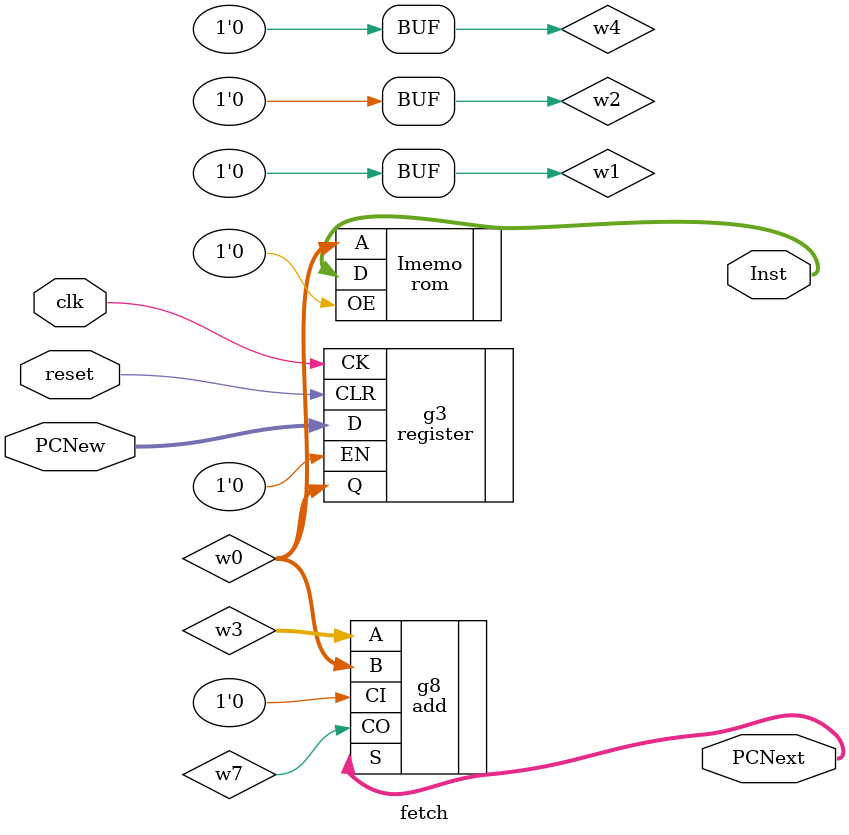
<source format=v>

module fetch(reset, clk, Inst, PCNext, PCNew);
//: interface  /sz:(420, 354) /bd:[ Li0>clk(262/354) Li1>reset(96/354) Li2>PCNew[31:0](181/354) Ro0<PCNext[31:0](49/354) Ro1<Inst[31:0](271/354) ]
supply0 w4;    //: /sn:0 {0}(258,62)(258,93)(257,93)(257,101){1}
input [31:0] PCNew;    //: /sn:0 {0}(241,139)(231,139)(231,138)(163,138){1}
output [31:0] Inst;    //: /sn:0 /dp:1 {0}(366,149)(468,149)(468,137)(574,137){1}
output [31:0] PCNext;    //: /sn:0 /dp:1 {0}(436,68)(541,68)(541,65)(551,65){1}
supply0 w1;    //: /sn:0 {0}(353,202)(353,195)(349,195)(349,176){1}
input clk;    //: /sn:0 {0}(139,189)(252,189)(252,177){1}
supply0 w2;    //: /sn:0 {0}(419,-6)(419,37)(421,37)(421,44){1}
input reset;    //: /sn:0 {0}(151,75)(247,75)(247,101){1}
wire w7;    //: /sn:0 {0}(421,92)(421,121){1}
wire [31:0] w3;    //: /sn:0 {0}(379,83)(405,83)(405,84)(407,84){1}
wire [31:0] w0;    //: /sn:0 {0}(262,139)(289,139){1}
//: {2}(293,139)(310,139)(310,151)(331,151){3}
//: {4}(291,137)(291,52)(407,52){5}
//: enddecls

  rom Imemo (.A(w0), .D(Inst), .OE(w1));   //: @(349,150) /w:[ 3 0 1 ]
  add g8 (.A(w3), .B(w0), .S(PCNext), .CI(w2), .CO(w7));   //: @(423,68) /sn:0 /R:1 /w:[ 1 5 0 1 0 ]
  register g3 (.Q(w0), .D(PCNew), .EN(w4), .CLR(reset), .CK(clk));   //: @(252,139) /sn:0 /R:1 /w:[ 0 0 1 1 1 ]
  //: input g2 (reset) @(149,75) /sn:0 /w:[ 0 ]
  //: input g1 (clk) @(137,189) /sn:0 /w:[ 0 ]
  //: dip g10 (w3) @(341,83) /sn:0 /R:1 /w:[ 0 ] /st:1
  //: output g6 (Inst) @(571,137) /sn:0 /w:[ 1 ]
  //: joint g9 (w0) @(291, 139) /w:[ 2 4 1 -1 ]
  //: supply0 g7 (w4) @(258,56) /sn:0 /R:2 /w:[ 0 ]
  //: supply0 g12 (w2) @(419,-12) /sn:0 /R:2 /w:[ 0 ]
  //: output g11 (PCNext) @(548,65) /sn:0 /w:[ 1 ]
  //: supply0 g5 (w1) @(353,208) /sn:0 /w:[ 0 ]
  //: input g0 (PCNew) @(161,138) /sn:0 /w:[ 1 ]

endmodule

module main;    //: root_module
wire [31:0] w3;    //: /sn:0 {0}(708,439)(837,439)(837,416){1}
wire w1;    //: /sn:0 {0}(222,430)(286,430){1}
wire [31:0] w2;    //: /sn:0 {0}(708,217)(723,217)(723,216)(738,216){1}
//: {2}(742,216)(827,216)(827,177){3}
//: {4}(740,214)(740,118)(143,118)(143,349)(286,349){5}
wire w5;    //: /sn:0 {0}(218,263)(252,263)(252,264)(286,264){1}
//: enddecls

  //: joint g4 (w2) @(740, 216) /w:[ 2 4 1 -1 ]
  //: switch g3 (w5) @(201,263) /sn:0 /w:[ 0 ] /st:1
  led g2 (.I(w2));   //: @(827,170) /sn:0 /w:[ 3 ] /type:2
  led g1 (.I(w3));   //: @(837,409) /sn:0 /w:[ 1 ] /type:2
  //: switch g5 (w1) @(205,430) /sn:0 /w:[ 0 ] /st:0
  fetch g0 (.PCNew(w2), .reset(w5), .clk(w1), .Inst(w3), .PCNext(w2));   //: @(287, 168) /sz:(420, 354) /sn:0 /p:[ Li0>5 Li1>1 Li2>1 Ro0<0 Ro1<0 ]

endmodule

</source>
